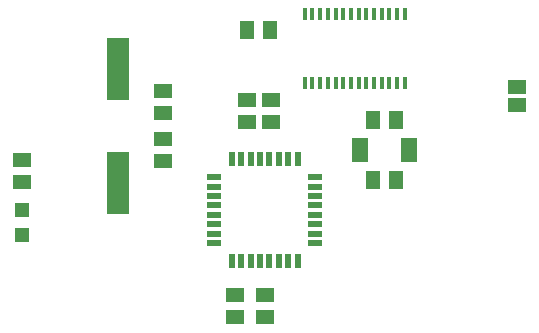
<source format=gbr>
G04 EAGLE Gerber RS-274X export*
G75*
%MOMM*%
%FSLAX34Y34*%
%LPD*%
%INSolderpaste Top*%
%IPPOS*%
%AMOC8*
5,1,8,0,0,1.08239X$1,22.5*%
G01*
%ADD10R,1.500000X1.300000*%
%ADD11R,1.930400X5.334000*%
%ADD12R,1.300000X1.500000*%
%ADD13R,1.350000X2.000000*%
%ADD14R,0.558800X1.270000*%
%ADD15R,1.270000X0.558800*%
%ADD16R,0.304800X0.990600*%
%ADD17R,1.200000X1.200000*%
%ADD18R,1.600200X1.168400*%


D10*
X215900Y264820D03*
X215900Y283820D03*
X215900Y243180D03*
X215900Y224180D03*
X302260Y111100D03*
X302260Y92100D03*
X287020Y257200D03*
X287020Y276200D03*
X307340Y257200D03*
X307340Y276200D03*
X276860Y111100D03*
X276860Y92100D03*
D11*
X177800Y205740D03*
X177800Y302260D03*
D12*
X394360Y208280D03*
X413360Y208280D03*
D13*
X383110Y233680D03*
X424610Y233680D03*
D14*
X330260Y225806D03*
X322260Y225806D03*
X314260Y225806D03*
X306260Y225806D03*
X298260Y225806D03*
X290260Y225806D03*
X282260Y225806D03*
X274260Y225806D03*
D15*
X259334Y210880D03*
X259334Y202880D03*
X259334Y194880D03*
X259334Y186880D03*
X259334Y178880D03*
X259334Y170880D03*
X259334Y162880D03*
X259334Y154880D03*
D14*
X274260Y139954D03*
X282260Y139954D03*
X290260Y139954D03*
X298260Y139954D03*
X306260Y139954D03*
X314260Y139954D03*
X322260Y139954D03*
X330260Y139954D03*
D15*
X345186Y154880D03*
X345186Y162880D03*
X345186Y170880D03*
X345186Y178880D03*
X345186Y186880D03*
X345186Y194880D03*
X345186Y202880D03*
X345186Y210880D03*
D12*
X287680Y335280D03*
X306680Y335280D03*
D16*
X336210Y290862D03*
X342710Y290862D03*
X349210Y290862D03*
X355710Y290862D03*
X362210Y290862D03*
X368710Y290862D03*
X375210Y290862D03*
X381710Y290862D03*
X381710Y349218D03*
X375210Y349218D03*
X368710Y349218D03*
X362210Y349218D03*
X355710Y349218D03*
X349210Y349218D03*
X342710Y349218D03*
X336210Y349218D03*
X388210Y290862D03*
X394710Y290862D03*
X388210Y349218D03*
X394710Y349218D03*
X401210Y290862D03*
X407710Y290862D03*
X414210Y290862D03*
X420710Y290862D03*
X420710Y349218D03*
X414210Y349218D03*
X407710Y349218D03*
X401210Y349218D03*
D12*
X394360Y259080D03*
X413360Y259080D03*
D17*
X96520Y183220D03*
X96520Y162220D03*
D10*
X96520Y206400D03*
X96520Y225400D03*
D18*
X515620Y287020D03*
X515620Y271780D03*
M02*

</source>
